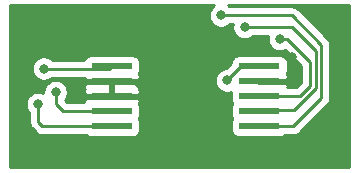
<source format=gbl>
%TF.GenerationSoftware,KiCad,Pcbnew,(5.1.10)-1*%
%TF.CreationDate,2021-11-11T19:08:29-05:00*%
%TF.ProjectId,MPPT Chip,4d505054-2043-4686-9970-2e6b69636164,v01*%
%TF.SameCoordinates,Original*%
%TF.FileFunction,Copper,L2,Bot*%
%TF.FilePolarity,Positive*%
%FSLAX46Y46*%
G04 Gerber Fmt 4.6, Leading zero omitted, Abs format (unit mm)*
G04 Created by KiCad (PCBNEW (5.1.10)-1) date 2021-11-11 19:08:29*
%MOMM*%
%LPD*%
G01*
G04 APERTURE LIST*
%TA.AperFunction,SMDPad,CuDef*%
%ADD10R,3.500000X0.600000*%
%TD*%
%TA.AperFunction,ViaPad*%
%ADD11C,0.800000*%
%TD*%
%TA.AperFunction,Conductor*%
%ADD12C,0.250000*%
%TD*%
%TA.AperFunction,Conductor*%
%ADD13C,0.254000*%
%TD*%
%TA.AperFunction,Conductor*%
%ADD14C,0.100000*%
%TD*%
G04 APERTURE END LIST*
D10*
%TO.P,J1,1*%
%TO.N,Net-(J1-Pad1)*%
X69250000Y-100880000D03*
%TO.P,J1,10*%
%TO.N,Net-(J1-Pad10)*%
X81750000Y-100880000D03*
%TO.P,J1,9*%
%TO.N,Net-(J1-Pad9)*%
X81750000Y-99610000D03*
%TO.P,J1,2*%
%TO.N,Net-(J1-Pad2)*%
X69250000Y-99610000D03*
%TO.P,J1,3*%
%TO.N,GND*%
X69250000Y-98340000D03*
%TO.P,J1,4*%
X69250000Y-97070000D03*
%TO.P,J1,5*%
%TO.N,Net-(J1-Pad5)*%
X69250000Y-95800000D03*
%TO.P,J1,8*%
%TO.N,Net-(J1-Pad8)*%
X81750000Y-98340000D03*
%TO.P,J1,7*%
%TO.N,GND*%
X81750000Y-97070000D03*
%TO.P,J1,6*%
%TO.N,Net-(J1-Pad6)*%
X81750000Y-95800000D03*
%TD*%
D11*
%TO.N,Net-(J1-Pad1)*%
X63000000Y-99000000D03*
%TO.N,Net-(J1-Pad10)*%
X78500000Y-91500000D03*
%TO.N,Net-(J1-Pad9)*%
X80500000Y-92500000D03*
%TO.N,Net-(J1-Pad2)*%
X64500000Y-98000000D03*
%TO.N,GND*%
X66000000Y-98000000D03*
X72500000Y-99500000D03*
X84500000Y-95000000D03*
%TO.N,Net-(J1-Pad5)*%
X63500000Y-96000000D03*
%TO.N,Net-(J1-Pad8)*%
X83500000Y-93500000D03*
%TO.N,Net-(J1-Pad6)*%
X79000000Y-97000000D03*
%TD*%
D12*
%TO.N,Net-(J1-Pad1)*%
X63000000Y-99000000D02*
X63000000Y-100500000D01*
X63380000Y-100880000D02*
X69250000Y-100880000D01*
X63000000Y-100500000D02*
X63380000Y-100880000D01*
%TO.N,Net-(J1-Pad10)*%
X78500000Y-91500000D02*
X84500000Y-91500000D01*
X84500000Y-91500000D02*
X87000000Y-94000000D01*
X87000000Y-94000000D02*
X87000000Y-98500000D01*
X84620000Y-100880000D02*
X81750000Y-100880000D01*
X87000000Y-98500000D02*
X84620000Y-100880000D01*
%TO.N,Net-(J1-Pad9)*%
X80500000Y-92500000D02*
X84500000Y-92500000D01*
X84500000Y-92500000D02*
X86500000Y-94500000D01*
X86500000Y-97636410D02*
X84636410Y-99500000D01*
X86500000Y-94500000D02*
X86500000Y-97636410D01*
X81860000Y-99500000D02*
X81750000Y-99610000D01*
X84636410Y-99500000D02*
X81860000Y-99500000D01*
%TO.N,Net-(J1-Pad2)*%
X65110000Y-99610000D02*
X69250000Y-99610000D01*
X64500000Y-99000000D02*
X65110000Y-99610000D01*
X64500000Y-98000000D02*
X64500000Y-99000000D01*
%TO.N,GND*%
X66000000Y-98000000D02*
X66500000Y-98500000D01*
X69090000Y-98500000D02*
X69250000Y-98340000D01*
X66500000Y-98500000D02*
X69090000Y-98500000D01*
X72500000Y-99500000D02*
X72000000Y-99000000D01*
X72000000Y-99000000D02*
X72000000Y-98000000D01*
X71070000Y-97070000D02*
X69250000Y-97070000D01*
X72000000Y-98000000D02*
X71070000Y-97070000D01*
X84500000Y-95000000D02*
X85000000Y-95500000D01*
X85000000Y-95500000D02*
X85000000Y-96000000D01*
X83930000Y-97070000D02*
X81750000Y-97070000D01*
X85000000Y-96000000D02*
X83930000Y-97070000D01*
%TO.N,Net-(J1-Pad5)*%
X69050000Y-96000000D02*
X69250000Y-95800000D01*
X63500000Y-96000000D02*
X69050000Y-96000000D01*
%TO.N,Net-(J1-Pad8)*%
X84073002Y-93500000D02*
X86000000Y-95426998D01*
X83500000Y-93500000D02*
X84073002Y-93500000D01*
X86000000Y-95426998D02*
X86000000Y-97500000D01*
X85160000Y-98340000D02*
X81750000Y-98340000D01*
X86000000Y-97500000D02*
X85160000Y-98340000D01*
%TO.N,Net-(J1-Pad6)*%
X80200000Y-95800000D02*
X81750000Y-95800000D01*
X79000000Y-97000000D02*
X80200000Y-95800000D01*
%TD*%
D13*
%TO.N,GND*%
X77840226Y-90696063D02*
X77696063Y-90840226D01*
X77582795Y-91009744D01*
X77504774Y-91198102D01*
X77465000Y-91398061D01*
X77465000Y-91601939D01*
X77504774Y-91801898D01*
X77582795Y-91990256D01*
X77696063Y-92159774D01*
X77840226Y-92303937D01*
X78009744Y-92417205D01*
X78198102Y-92495226D01*
X78398061Y-92535000D01*
X78601939Y-92535000D01*
X78801898Y-92495226D01*
X78990256Y-92417205D01*
X79159774Y-92303937D01*
X79203711Y-92260000D01*
X79492462Y-92260000D01*
X79465000Y-92398061D01*
X79465000Y-92601939D01*
X79504774Y-92801898D01*
X79582795Y-92990256D01*
X79696063Y-93159774D01*
X79840226Y-93303937D01*
X80009744Y-93417205D01*
X80198102Y-93495226D01*
X80398061Y-93535000D01*
X80601939Y-93535000D01*
X80801898Y-93495226D01*
X80990256Y-93417205D01*
X81159774Y-93303937D01*
X81203711Y-93260000D01*
X82492462Y-93260000D01*
X82465000Y-93398061D01*
X82465000Y-93601939D01*
X82504774Y-93801898D01*
X82582795Y-93990256D01*
X82696063Y-94159774D01*
X82840226Y-94303937D01*
X83009744Y-94417205D01*
X83198102Y-94495226D01*
X83398061Y-94535000D01*
X83601939Y-94535000D01*
X83801898Y-94495226D01*
X83937329Y-94439128D01*
X85240000Y-95741800D01*
X85240001Y-97185197D01*
X84845198Y-97580000D01*
X84099870Y-97580000D01*
X84125812Y-97494482D01*
X84138072Y-97370000D01*
X84135000Y-97355750D01*
X83976250Y-97197000D01*
X81877000Y-97197000D01*
X81877000Y-97217000D01*
X81623000Y-97217000D01*
X81623000Y-97197000D01*
X81603000Y-97197000D01*
X81603000Y-96943000D01*
X81623000Y-96943000D01*
X81623000Y-96923000D01*
X81877000Y-96923000D01*
X81877000Y-96943000D01*
X83976250Y-96943000D01*
X84135000Y-96784250D01*
X84138072Y-96770000D01*
X84125812Y-96645518D01*
X84089502Y-96525820D01*
X84040957Y-96435000D01*
X84089502Y-96344180D01*
X84125812Y-96224482D01*
X84138072Y-96100000D01*
X84138072Y-95500000D01*
X84125812Y-95375518D01*
X84089502Y-95255820D01*
X84030537Y-95145506D01*
X83951185Y-95048815D01*
X83854494Y-94969463D01*
X83744180Y-94910498D01*
X83624482Y-94874188D01*
X83500000Y-94861928D01*
X80000000Y-94861928D01*
X79875518Y-94874188D01*
X79755820Y-94910498D01*
X79645506Y-94969463D01*
X79548815Y-95048815D01*
X79469463Y-95145506D01*
X79410498Y-95255820D01*
X79374188Y-95375518D01*
X79361928Y-95500000D01*
X79361928Y-95563270D01*
X78960199Y-95965000D01*
X78898061Y-95965000D01*
X78698102Y-96004774D01*
X78509744Y-96082795D01*
X78340226Y-96196063D01*
X78196063Y-96340226D01*
X78082795Y-96509744D01*
X78004774Y-96698102D01*
X77965000Y-96898061D01*
X77965000Y-97101939D01*
X78004774Y-97301898D01*
X78082795Y-97490256D01*
X78196063Y-97659774D01*
X78340226Y-97803937D01*
X78509744Y-97917205D01*
X78698102Y-97995226D01*
X78898061Y-98035000D01*
X79101939Y-98035000D01*
X79301898Y-97995226D01*
X79369078Y-97967399D01*
X79361928Y-98040000D01*
X79361928Y-98640000D01*
X79374188Y-98764482D01*
X79410498Y-98884180D01*
X79459043Y-98975000D01*
X79410498Y-99065820D01*
X79374188Y-99185518D01*
X79361928Y-99310000D01*
X79361928Y-99910000D01*
X79374188Y-100034482D01*
X79410498Y-100154180D01*
X79459043Y-100245000D01*
X79410498Y-100335820D01*
X79374188Y-100455518D01*
X79361928Y-100580000D01*
X79361928Y-101180000D01*
X79374188Y-101304482D01*
X79410498Y-101424180D01*
X79469463Y-101534494D01*
X79548815Y-101631185D01*
X79645506Y-101710537D01*
X79755820Y-101769502D01*
X79875518Y-101805812D01*
X80000000Y-101818072D01*
X83500000Y-101818072D01*
X83624482Y-101805812D01*
X83744180Y-101769502D01*
X83854494Y-101710537D01*
X83940444Y-101640000D01*
X84582678Y-101640000D01*
X84620000Y-101643676D01*
X84657322Y-101640000D01*
X84657333Y-101640000D01*
X84768986Y-101629003D01*
X84912247Y-101585546D01*
X85044276Y-101514974D01*
X85160001Y-101420001D01*
X85183804Y-101390997D01*
X87511003Y-99063799D01*
X87540001Y-99040001D01*
X87634974Y-98924276D01*
X87705546Y-98792247D01*
X87749003Y-98648986D01*
X87760000Y-98537333D01*
X87760000Y-98537324D01*
X87763676Y-98500001D01*
X87760000Y-98462678D01*
X87760000Y-94037323D01*
X87763676Y-94000000D01*
X87760000Y-93962677D01*
X87760000Y-93962667D01*
X87749003Y-93851014D01*
X87705546Y-93707753D01*
X87674134Y-93648986D01*
X87634974Y-93575723D01*
X87563799Y-93488997D01*
X87540001Y-93459999D01*
X87511004Y-93436202D01*
X85063804Y-90989003D01*
X85040001Y-90959999D01*
X84924276Y-90865026D01*
X84792247Y-90794454D01*
X84648986Y-90750997D01*
X84537333Y-90740000D01*
X84537322Y-90740000D01*
X84500000Y-90736324D01*
X84462678Y-90740000D01*
X79203711Y-90740000D01*
X79159774Y-90696063D01*
X79069135Y-90635500D01*
X89364500Y-90635500D01*
X89364501Y-104364500D01*
X60635500Y-104364500D01*
X60635500Y-98898061D01*
X61965000Y-98898061D01*
X61965000Y-99101939D01*
X62004774Y-99301898D01*
X62082795Y-99490256D01*
X62196063Y-99659774D01*
X62240000Y-99703711D01*
X62240001Y-100462668D01*
X62236324Y-100500000D01*
X62250998Y-100648985D01*
X62294454Y-100792246D01*
X62365026Y-100924276D01*
X62436201Y-101011002D01*
X62460000Y-101040001D01*
X62488998Y-101063799D01*
X62816196Y-101390997D01*
X62839999Y-101420001D01*
X62955724Y-101514974D01*
X63087753Y-101585546D01*
X63231014Y-101629003D01*
X63342667Y-101640000D01*
X63342676Y-101640000D01*
X63379999Y-101643676D01*
X63417322Y-101640000D01*
X67059556Y-101640000D01*
X67145506Y-101710537D01*
X67255820Y-101769502D01*
X67375518Y-101805812D01*
X67500000Y-101818072D01*
X71000000Y-101818072D01*
X71124482Y-101805812D01*
X71244180Y-101769502D01*
X71354494Y-101710537D01*
X71451185Y-101631185D01*
X71530537Y-101534494D01*
X71589502Y-101424180D01*
X71625812Y-101304482D01*
X71638072Y-101180000D01*
X71638072Y-100580000D01*
X71625812Y-100455518D01*
X71589502Y-100335820D01*
X71540957Y-100245000D01*
X71589502Y-100154180D01*
X71625812Y-100034482D01*
X71638072Y-99910000D01*
X71638072Y-99310000D01*
X71625812Y-99185518D01*
X71589502Y-99065820D01*
X71540957Y-98975000D01*
X71589502Y-98884180D01*
X71625812Y-98764482D01*
X71638072Y-98640000D01*
X71635000Y-98625750D01*
X71476250Y-98467000D01*
X69377000Y-98467000D01*
X69377000Y-98487000D01*
X69123000Y-98487000D01*
X69123000Y-98467000D01*
X67023750Y-98467000D01*
X66865000Y-98625750D01*
X66861928Y-98640000D01*
X66874188Y-98764482D01*
X66900130Y-98850000D01*
X65424802Y-98850000D01*
X65269256Y-98694455D01*
X65303937Y-98659774D01*
X65417205Y-98490256D01*
X65495226Y-98301898D01*
X65535000Y-98101939D01*
X65535000Y-97898061D01*
X65495226Y-97698102D01*
X65417205Y-97509744D01*
X65323832Y-97370000D01*
X66861928Y-97370000D01*
X66874188Y-97494482D01*
X66910498Y-97614180D01*
X66959043Y-97705000D01*
X66910498Y-97795820D01*
X66874188Y-97915518D01*
X66861928Y-98040000D01*
X66865000Y-98054250D01*
X67023750Y-98213000D01*
X69123000Y-98213000D01*
X69123000Y-97197000D01*
X69377000Y-97197000D01*
X69377000Y-98213000D01*
X71476250Y-98213000D01*
X71635000Y-98054250D01*
X71638072Y-98040000D01*
X71625812Y-97915518D01*
X71589502Y-97795820D01*
X71540957Y-97705000D01*
X71589502Y-97614180D01*
X71625812Y-97494482D01*
X71638072Y-97370000D01*
X71635000Y-97355750D01*
X71476250Y-97197000D01*
X69377000Y-97197000D01*
X69123000Y-97197000D01*
X67023750Y-97197000D01*
X66865000Y-97355750D01*
X66861928Y-97370000D01*
X65323832Y-97370000D01*
X65303937Y-97340226D01*
X65159774Y-97196063D01*
X64990256Y-97082795D01*
X64801898Y-97004774D01*
X64601939Y-96965000D01*
X64398061Y-96965000D01*
X64198102Y-97004774D01*
X64009744Y-97082795D01*
X63840226Y-97196063D01*
X63696063Y-97340226D01*
X63582795Y-97509744D01*
X63504774Y-97698102D01*
X63465000Y-97898061D01*
X63465000Y-98072334D01*
X63301898Y-98004774D01*
X63101939Y-97965000D01*
X62898061Y-97965000D01*
X62698102Y-98004774D01*
X62509744Y-98082795D01*
X62340226Y-98196063D01*
X62196063Y-98340226D01*
X62082795Y-98509744D01*
X62004774Y-98698102D01*
X61965000Y-98898061D01*
X60635500Y-98898061D01*
X60635500Y-95898061D01*
X62465000Y-95898061D01*
X62465000Y-96101939D01*
X62504774Y-96301898D01*
X62582795Y-96490256D01*
X62696063Y-96659774D01*
X62840226Y-96803937D01*
X63009744Y-96917205D01*
X63198102Y-96995226D01*
X63398061Y-97035000D01*
X63601939Y-97035000D01*
X63801898Y-96995226D01*
X63990256Y-96917205D01*
X64159774Y-96803937D01*
X64203711Y-96760000D01*
X66862913Y-96760000D01*
X66861928Y-96770000D01*
X66865000Y-96784250D01*
X67023750Y-96943000D01*
X69123000Y-96943000D01*
X69123000Y-96923000D01*
X69377000Y-96923000D01*
X69377000Y-96943000D01*
X71476250Y-96943000D01*
X71635000Y-96784250D01*
X71638072Y-96770000D01*
X71625812Y-96645518D01*
X71589502Y-96525820D01*
X71540957Y-96435000D01*
X71589502Y-96344180D01*
X71625812Y-96224482D01*
X71638072Y-96100000D01*
X71638072Y-95500000D01*
X71625812Y-95375518D01*
X71589502Y-95255820D01*
X71530537Y-95145506D01*
X71451185Y-95048815D01*
X71354494Y-94969463D01*
X71244180Y-94910498D01*
X71124482Y-94874188D01*
X71000000Y-94861928D01*
X67500000Y-94861928D01*
X67375518Y-94874188D01*
X67255820Y-94910498D01*
X67145506Y-94969463D01*
X67048815Y-95048815D01*
X66969463Y-95145506D01*
X66918954Y-95240000D01*
X64203711Y-95240000D01*
X64159774Y-95196063D01*
X63990256Y-95082795D01*
X63801898Y-95004774D01*
X63601939Y-94965000D01*
X63398061Y-94965000D01*
X63198102Y-95004774D01*
X63009744Y-95082795D01*
X62840226Y-95196063D01*
X62696063Y-95340226D01*
X62582795Y-95509744D01*
X62504774Y-95698102D01*
X62465000Y-95898061D01*
X60635500Y-95898061D01*
X60635500Y-90635500D01*
X77930865Y-90635500D01*
X77840226Y-90696063D01*
%TA.AperFunction,Conductor*%
D14*
G36*
X77840226Y-90696063D02*
G01*
X77696063Y-90840226D01*
X77582795Y-91009744D01*
X77504774Y-91198102D01*
X77465000Y-91398061D01*
X77465000Y-91601939D01*
X77504774Y-91801898D01*
X77582795Y-91990256D01*
X77696063Y-92159774D01*
X77840226Y-92303937D01*
X78009744Y-92417205D01*
X78198102Y-92495226D01*
X78398061Y-92535000D01*
X78601939Y-92535000D01*
X78801898Y-92495226D01*
X78990256Y-92417205D01*
X79159774Y-92303937D01*
X79203711Y-92260000D01*
X79492462Y-92260000D01*
X79465000Y-92398061D01*
X79465000Y-92601939D01*
X79504774Y-92801898D01*
X79582795Y-92990256D01*
X79696063Y-93159774D01*
X79840226Y-93303937D01*
X80009744Y-93417205D01*
X80198102Y-93495226D01*
X80398061Y-93535000D01*
X80601939Y-93535000D01*
X80801898Y-93495226D01*
X80990256Y-93417205D01*
X81159774Y-93303937D01*
X81203711Y-93260000D01*
X82492462Y-93260000D01*
X82465000Y-93398061D01*
X82465000Y-93601939D01*
X82504774Y-93801898D01*
X82582795Y-93990256D01*
X82696063Y-94159774D01*
X82840226Y-94303937D01*
X83009744Y-94417205D01*
X83198102Y-94495226D01*
X83398061Y-94535000D01*
X83601939Y-94535000D01*
X83801898Y-94495226D01*
X83937329Y-94439128D01*
X85240000Y-95741800D01*
X85240001Y-97185197D01*
X84845198Y-97580000D01*
X84099870Y-97580000D01*
X84125812Y-97494482D01*
X84138072Y-97370000D01*
X84135000Y-97355750D01*
X83976250Y-97197000D01*
X81877000Y-97197000D01*
X81877000Y-97217000D01*
X81623000Y-97217000D01*
X81623000Y-97197000D01*
X81603000Y-97197000D01*
X81603000Y-96943000D01*
X81623000Y-96943000D01*
X81623000Y-96923000D01*
X81877000Y-96923000D01*
X81877000Y-96943000D01*
X83976250Y-96943000D01*
X84135000Y-96784250D01*
X84138072Y-96770000D01*
X84125812Y-96645518D01*
X84089502Y-96525820D01*
X84040957Y-96435000D01*
X84089502Y-96344180D01*
X84125812Y-96224482D01*
X84138072Y-96100000D01*
X84138072Y-95500000D01*
X84125812Y-95375518D01*
X84089502Y-95255820D01*
X84030537Y-95145506D01*
X83951185Y-95048815D01*
X83854494Y-94969463D01*
X83744180Y-94910498D01*
X83624482Y-94874188D01*
X83500000Y-94861928D01*
X80000000Y-94861928D01*
X79875518Y-94874188D01*
X79755820Y-94910498D01*
X79645506Y-94969463D01*
X79548815Y-95048815D01*
X79469463Y-95145506D01*
X79410498Y-95255820D01*
X79374188Y-95375518D01*
X79361928Y-95500000D01*
X79361928Y-95563270D01*
X78960199Y-95965000D01*
X78898061Y-95965000D01*
X78698102Y-96004774D01*
X78509744Y-96082795D01*
X78340226Y-96196063D01*
X78196063Y-96340226D01*
X78082795Y-96509744D01*
X78004774Y-96698102D01*
X77965000Y-96898061D01*
X77965000Y-97101939D01*
X78004774Y-97301898D01*
X78082795Y-97490256D01*
X78196063Y-97659774D01*
X78340226Y-97803937D01*
X78509744Y-97917205D01*
X78698102Y-97995226D01*
X78898061Y-98035000D01*
X79101939Y-98035000D01*
X79301898Y-97995226D01*
X79369078Y-97967399D01*
X79361928Y-98040000D01*
X79361928Y-98640000D01*
X79374188Y-98764482D01*
X79410498Y-98884180D01*
X79459043Y-98975000D01*
X79410498Y-99065820D01*
X79374188Y-99185518D01*
X79361928Y-99310000D01*
X79361928Y-99910000D01*
X79374188Y-100034482D01*
X79410498Y-100154180D01*
X79459043Y-100245000D01*
X79410498Y-100335820D01*
X79374188Y-100455518D01*
X79361928Y-100580000D01*
X79361928Y-101180000D01*
X79374188Y-101304482D01*
X79410498Y-101424180D01*
X79469463Y-101534494D01*
X79548815Y-101631185D01*
X79645506Y-101710537D01*
X79755820Y-101769502D01*
X79875518Y-101805812D01*
X80000000Y-101818072D01*
X83500000Y-101818072D01*
X83624482Y-101805812D01*
X83744180Y-101769502D01*
X83854494Y-101710537D01*
X83940444Y-101640000D01*
X84582678Y-101640000D01*
X84620000Y-101643676D01*
X84657322Y-101640000D01*
X84657333Y-101640000D01*
X84768986Y-101629003D01*
X84912247Y-101585546D01*
X85044276Y-101514974D01*
X85160001Y-101420001D01*
X85183804Y-101390997D01*
X87511003Y-99063799D01*
X87540001Y-99040001D01*
X87634974Y-98924276D01*
X87705546Y-98792247D01*
X87749003Y-98648986D01*
X87760000Y-98537333D01*
X87760000Y-98537324D01*
X87763676Y-98500001D01*
X87760000Y-98462678D01*
X87760000Y-94037323D01*
X87763676Y-94000000D01*
X87760000Y-93962677D01*
X87760000Y-93962667D01*
X87749003Y-93851014D01*
X87705546Y-93707753D01*
X87674134Y-93648986D01*
X87634974Y-93575723D01*
X87563799Y-93488997D01*
X87540001Y-93459999D01*
X87511004Y-93436202D01*
X85063804Y-90989003D01*
X85040001Y-90959999D01*
X84924276Y-90865026D01*
X84792247Y-90794454D01*
X84648986Y-90750997D01*
X84537333Y-90740000D01*
X84537322Y-90740000D01*
X84500000Y-90736324D01*
X84462678Y-90740000D01*
X79203711Y-90740000D01*
X79159774Y-90696063D01*
X79069135Y-90635500D01*
X89364500Y-90635500D01*
X89364501Y-104364500D01*
X60635500Y-104364500D01*
X60635500Y-98898061D01*
X61965000Y-98898061D01*
X61965000Y-99101939D01*
X62004774Y-99301898D01*
X62082795Y-99490256D01*
X62196063Y-99659774D01*
X62240000Y-99703711D01*
X62240001Y-100462668D01*
X62236324Y-100500000D01*
X62250998Y-100648985D01*
X62294454Y-100792246D01*
X62365026Y-100924276D01*
X62436201Y-101011002D01*
X62460000Y-101040001D01*
X62488998Y-101063799D01*
X62816196Y-101390997D01*
X62839999Y-101420001D01*
X62955724Y-101514974D01*
X63087753Y-101585546D01*
X63231014Y-101629003D01*
X63342667Y-101640000D01*
X63342676Y-101640000D01*
X63379999Y-101643676D01*
X63417322Y-101640000D01*
X67059556Y-101640000D01*
X67145506Y-101710537D01*
X67255820Y-101769502D01*
X67375518Y-101805812D01*
X67500000Y-101818072D01*
X71000000Y-101818072D01*
X71124482Y-101805812D01*
X71244180Y-101769502D01*
X71354494Y-101710537D01*
X71451185Y-101631185D01*
X71530537Y-101534494D01*
X71589502Y-101424180D01*
X71625812Y-101304482D01*
X71638072Y-101180000D01*
X71638072Y-100580000D01*
X71625812Y-100455518D01*
X71589502Y-100335820D01*
X71540957Y-100245000D01*
X71589502Y-100154180D01*
X71625812Y-100034482D01*
X71638072Y-99910000D01*
X71638072Y-99310000D01*
X71625812Y-99185518D01*
X71589502Y-99065820D01*
X71540957Y-98975000D01*
X71589502Y-98884180D01*
X71625812Y-98764482D01*
X71638072Y-98640000D01*
X71635000Y-98625750D01*
X71476250Y-98467000D01*
X69377000Y-98467000D01*
X69377000Y-98487000D01*
X69123000Y-98487000D01*
X69123000Y-98467000D01*
X67023750Y-98467000D01*
X66865000Y-98625750D01*
X66861928Y-98640000D01*
X66874188Y-98764482D01*
X66900130Y-98850000D01*
X65424802Y-98850000D01*
X65269256Y-98694455D01*
X65303937Y-98659774D01*
X65417205Y-98490256D01*
X65495226Y-98301898D01*
X65535000Y-98101939D01*
X65535000Y-97898061D01*
X65495226Y-97698102D01*
X65417205Y-97509744D01*
X65323832Y-97370000D01*
X66861928Y-97370000D01*
X66874188Y-97494482D01*
X66910498Y-97614180D01*
X66959043Y-97705000D01*
X66910498Y-97795820D01*
X66874188Y-97915518D01*
X66861928Y-98040000D01*
X66865000Y-98054250D01*
X67023750Y-98213000D01*
X69123000Y-98213000D01*
X69123000Y-97197000D01*
X69377000Y-97197000D01*
X69377000Y-98213000D01*
X71476250Y-98213000D01*
X71635000Y-98054250D01*
X71638072Y-98040000D01*
X71625812Y-97915518D01*
X71589502Y-97795820D01*
X71540957Y-97705000D01*
X71589502Y-97614180D01*
X71625812Y-97494482D01*
X71638072Y-97370000D01*
X71635000Y-97355750D01*
X71476250Y-97197000D01*
X69377000Y-97197000D01*
X69123000Y-97197000D01*
X67023750Y-97197000D01*
X66865000Y-97355750D01*
X66861928Y-97370000D01*
X65323832Y-97370000D01*
X65303937Y-97340226D01*
X65159774Y-97196063D01*
X64990256Y-97082795D01*
X64801898Y-97004774D01*
X64601939Y-96965000D01*
X64398061Y-96965000D01*
X64198102Y-97004774D01*
X64009744Y-97082795D01*
X63840226Y-97196063D01*
X63696063Y-97340226D01*
X63582795Y-97509744D01*
X63504774Y-97698102D01*
X63465000Y-97898061D01*
X63465000Y-98072334D01*
X63301898Y-98004774D01*
X63101939Y-97965000D01*
X62898061Y-97965000D01*
X62698102Y-98004774D01*
X62509744Y-98082795D01*
X62340226Y-98196063D01*
X62196063Y-98340226D01*
X62082795Y-98509744D01*
X62004774Y-98698102D01*
X61965000Y-98898061D01*
X60635500Y-98898061D01*
X60635500Y-95898061D01*
X62465000Y-95898061D01*
X62465000Y-96101939D01*
X62504774Y-96301898D01*
X62582795Y-96490256D01*
X62696063Y-96659774D01*
X62840226Y-96803937D01*
X63009744Y-96917205D01*
X63198102Y-96995226D01*
X63398061Y-97035000D01*
X63601939Y-97035000D01*
X63801898Y-96995226D01*
X63990256Y-96917205D01*
X64159774Y-96803937D01*
X64203711Y-96760000D01*
X66862913Y-96760000D01*
X66861928Y-96770000D01*
X66865000Y-96784250D01*
X67023750Y-96943000D01*
X69123000Y-96943000D01*
X69123000Y-96923000D01*
X69377000Y-96923000D01*
X69377000Y-96943000D01*
X71476250Y-96943000D01*
X71635000Y-96784250D01*
X71638072Y-96770000D01*
X71625812Y-96645518D01*
X71589502Y-96525820D01*
X71540957Y-96435000D01*
X71589502Y-96344180D01*
X71625812Y-96224482D01*
X71638072Y-96100000D01*
X71638072Y-95500000D01*
X71625812Y-95375518D01*
X71589502Y-95255820D01*
X71530537Y-95145506D01*
X71451185Y-95048815D01*
X71354494Y-94969463D01*
X71244180Y-94910498D01*
X71124482Y-94874188D01*
X71000000Y-94861928D01*
X67500000Y-94861928D01*
X67375518Y-94874188D01*
X67255820Y-94910498D01*
X67145506Y-94969463D01*
X67048815Y-95048815D01*
X66969463Y-95145506D01*
X66918954Y-95240000D01*
X64203711Y-95240000D01*
X64159774Y-95196063D01*
X63990256Y-95082795D01*
X63801898Y-95004774D01*
X63601939Y-94965000D01*
X63398061Y-94965000D01*
X63198102Y-95004774D01*
X63009744Y-95082795D01*
X62840226Y-95196063D01*
X62696063Y-95340226D01*
X62582795Y-95509744D01*
X62504774Y-95698102D01*
X62465000Y-95898061D01*
X60635500Y-95898061D01*
X60635500Y-90635500D01*
X77930865Y-90635500D01*
X77840226Y-90696063D01*
G37*
%TD.AperFunction*%
%TD*%
M02*

</source>
